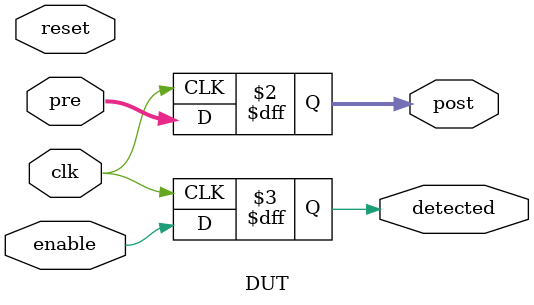
<source format=sv>
`timescale 1 ns / 1 ns

module DUT
          (clk,
           reset,
           enable,
           pre,
           post,
           detected);


  input   clk;
  input   reset;
  input   enable;
  input   signed [7:0] pre;  // int8
  output  logic signed [7:0] post;  // int8
  output  logic detected;

    always @(posedge clk) begin
        detected <= enable;	// Just a dummy assignement. Replace with your code.
        post <= pre;		// Just a dummy assignement. Replace with your code.
    end
endmodule


</source>
